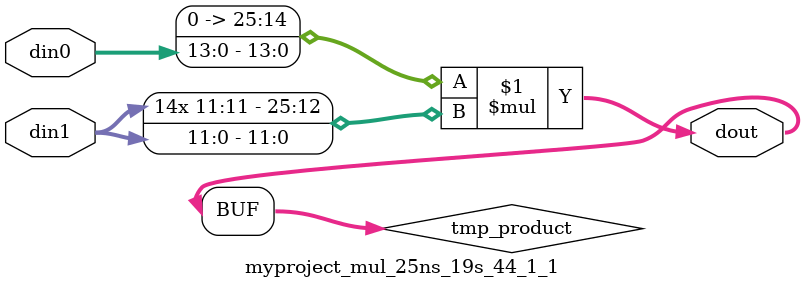
<source format=v>

`timescale 1 ns / 1 ps

  module myproject_mul_25ns_19s_44_1_1(din0, din1, dout);
parameter ID = 1;
parameter NUM_STAGE = 0;
parameter din0_WIDTH = 14;
parameter din1_WIDTH = 12;
parameter dout_WIDTH = 26;

input [din0_WIDTH - 1 : 0] din0; 
input [din1_WIDTH - 1 : 0] din1; 
output [dout_WIDTH - 1 : 0] dout;

wire signed [dout_WIDTH - 1 : 0] tmp_product;











assign tmp_product = $signed({1'b0, din0}) * $signed(din1);










assign dout = tmp_product;







endmodule

</source>
